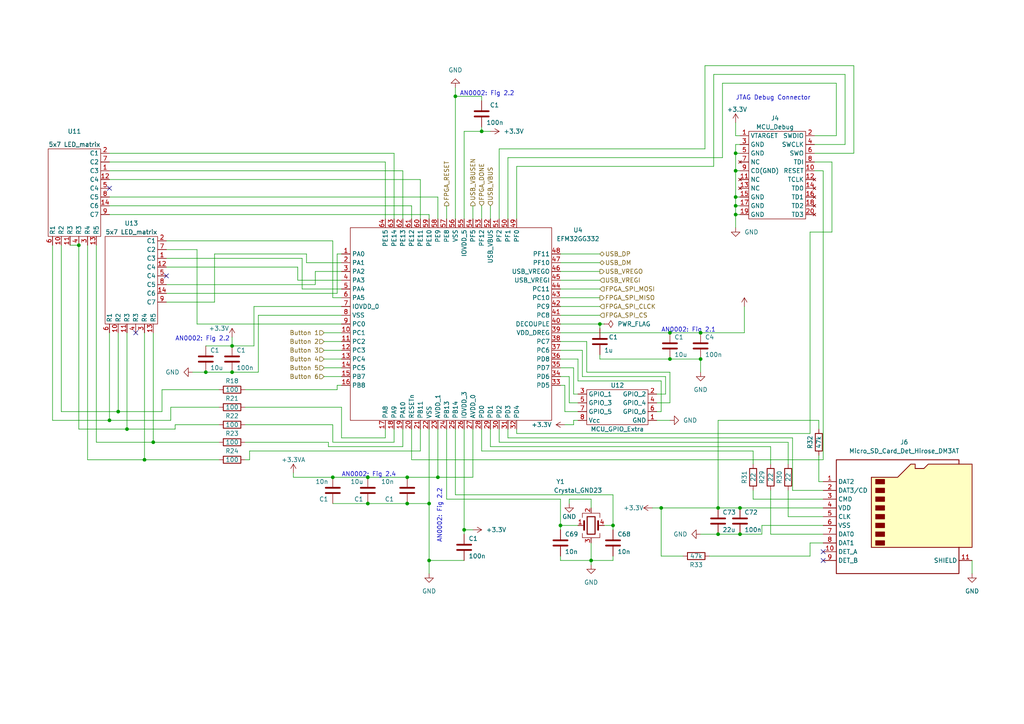
<source format=kicad_sch>
(kicad_sch (version 20230121) (generator eeschema)
  (paper "A4")
  (lib_symbols
    (symbol "Connector:Micro_SD_Card_Det_Hirose_DM3AT"
      (property "Reference" "J" (at -16.51 17.78 0))
      (property "Value" "Micro_SD_Card_Det_Hirose_DM3AT" (at 16.51 17.78 0))
      (symbol "Micro_SD_Card_Det_Hirose_DM3AT_0_1"
        (rectangle (start -7.62 -6.985) (end -5.08 -8.255) (stroke (width 0.254)) (fill (type outline)))
        (rectangle (start -7.62 -4.445) (end -5.08 -5.715) (stroke (width 0.254)) (fill (type outline)))
        (rectangle (start -7.62 -1.905) (end -5.08 -3.175) (stroke (width 0.254)) (fill (type outline)))
        (rectangle (start -7.62 0.635) (end -5.08 -0.635) (stroke (width 0.254)) (fill (type outline)))
        (rectangle (start -7.62 3.175) (end -5.08 1.905) (stroke (width 0.254)) (fill (type outline)))
        (rectangle (start -7.62 5.715) (end -5.08 4.445) (stroke (width 0.254)) (fill (type outline)))
        (rectangle (start -7.62 8.255) (end -5.08 6.985) (stroke (width 0.254)) (fill (type outline)))
        (rectangle (start -7.62 10.795) (end -5.08 9.525) (stroke (width 0.254)) (fill (type outline)))
        (polyline (pts (xy 16.51 15.24) (xy 16.51 16.51) (xy -19.05 16.51) (xy -19.05 -16.51) (xy 16.51 -16.51) (xy 16.51 -8.89)) (stroke (width 0.254)))
        (polyline (pts (xy -8.89 -8.89) (xy -8.89 11.43) (xy -1.27 11.43) (xy 2.54 15.24) (xy 3.81 15.24) (xy 3.81 13.97) (xy 6.35 13.97) (xy 7.62 15.24) (xy 20.32 15.24) (xy 20.32 -8.89) (xy -8.89 -8.89)) (stroke (width 0.254)) (fill (type background)))
      )
      (symbol "Micro_SD_Card_Det_Hirose_DM3AT_1_1"
        (pin bidirectional line (at -22.86 10.16 0) (length 3.81) (name "DAT2") (number "1"))
        (pin passive line (at -22.86 -10.16 0) (length 3.81) (name "DET_A") (number "10"))
        (pin passive line (at 20.32 -12.7 180) (length 3.81) (name "SHIELD") (number "11"))
        (pin bidirectional line (at -22.86 7.62 0) (length 3.81) (name "DAT3/CD") (number "2"))
        (pin input line (at -22.86 5.08 0) (length 3.81) (name "CMD") (number "3"))
        (pin power_in line (at -22.86 2.54 0) (length 3.81) (name "VDD") (number "4"))
        (pin input line (at -22.86 0 0) (length 3.81) (name "CLK") (number "5"))
        (pin power_in line (at -22.86 -2.54 0) (length 3.81) (name "VSS") (number "6"))
        (pin bidirectional line (at -22.86 -5.08 0) (length 3.81) (name "DAT0") (number "7"))
        (pin bidirectional line (at -22.86 -7.62 0) (length 3.81) (name "DAT1") (number "8"))
        (pin passive line (at -22.86 -12.7 0) (length 3.81) (name "DET_B") (number "9"))
      )
    )
    (symbol "Device:C" (pin_numbers hide) (pin_names (offset 0.254))
      (property "Reference" "C" (at 0.635 2.54 0))
      (property "Value" "C" (at 0.635 -2.54 0))
      (symbol "C_0_1"
        (polyline (pts (xy -2.032 -0.762) (xy 2.032 -0.762)) (stroke (width 0.508)))
        (polyline (pts (xy -2.032 0.762) (xy 2.032 0.762)) (stroke (width 0.508)))
      )
      (symbol "C_1_1"
        (pin passive line (at 0 3.81 270) (length 2.794) (name "~") (number "1"))
        (pin passive line (at 0 -3.81 90) (length 2.794) (name "~") (number "2"))
      )
    )
    (symbol "Device:Crystal_GND23" (pin_names (offset 1.016) hide)
      (property "Reference" "Y" (at 3.175 5.08 0))
      (property "Value" "Crystal_GND23" (at 3.175 3.175 0))
      (symbol "Crystal_GND23_0_1"
        (rectangle (start -1.143 2.54) (end 1.143 -2.54) (stroke (width 0.3048)))
        (polyline (pts (xy -2.54 0) (xy -2.032 0)))
        (polyline (pts (xy -2.032 -1.27) (xy -2.032 1.27)) (stroke (width 0.508)))
        (polyline (pts (xy 0 -3.81) (xy 0 -3.556)))
        (polyline (pts (xy 0 3.556) (xy 0 3.81)))
        (polyline (pts (xy 2.032 -1.27) (xy 2.032 1.27)) (stroke (width 0.508)))
        (polyline (pts (xy 2.032 0) (xy 2.54 0)))
        (polyline (pts (xy -2.54 -2.286) (xy -2.54 -3.556) (xy 2.54 -3.556) (xy 2.54 -2.286)))
        (polyline (pts (xy -2.54 2.286) (xy -2.54 3.556) (xy 2.54 3.556) (xy 2.54 2.286)))
      )
      (symbol "Crystal_GND23_1_1"
        (pin passive line (at -3.81 0 0) (length 1.27) (name "1") (number "1"))
        (pin passive line (at 0 5.08 270) (length 1.27) (name "2") (number "2"))
        (pin passive line (at 0 -5.08 90) (length 1.27) (name "3") (number "3"))
        (pin passive line (at 3.81 0 180) (length 1.27) (name "4") (number "4"))
      )
    )
    (symbol "Device:R" (pin_numbers hide) (pin_names (offset 0))
      (property "Reference" "R" (at 2.032 0 90))
      (property "Value" "R" (at 0 0 90))
      (symbol "R_0_1"
        (rectangle (start -1.016 -2.54) (end 1.016 2.54) (stroke (width 0.254)))
      )
      (symbol "R_1_1"
        (pin passive line (at 0 3.81 270) (length 1.27) (name "~") (number "1"))
        (pin passive line (at 0 -3.81 90) (length 1.27) (name "~") (number "2"))
      )
    )
    (symbol "GuitarZero:EFM32GG332"
      (property "Reference" "U" (at 0 39.37 0))
      (property "Value" "EFM32GG332" (at 0 41.91 0))
      (symbol "EFM32GG332_0_1"
        (rectangle (start -29.21 26.67) (end 29.21 -29.21))
      )
      (symbol "EFM32GG332_1_1"
        (pin bidirectional line (at -31.75 19.05 0) (length 2.54) (name "PA0") (number "1"))
        (pin bidirectional line (at -31.75 -3.81 0) (length 2.54) (name "PC1") (number "10"))
        (pin bidirectional line (at -31.75 -6.35 0) (length 2.54) (name "PC2") (number "11"))
        (pin bidirectional line (at -31.75 -8.89 0) (length 2.54) (name "PC3") (number "12"))
        (pin bidirectional line (at -31.75 -11.43 0) (length 2.54) (name "PC4") (number "13"))
        (pin bidirectional line (at -31.75 -13.97 0) (length 2.54) (name "PC5") (number "14"))
        (pin bidirectional line (at -31.75 -16.51 0) (length 2.54) (name "PB7") (number "15"))
        (pin bidirectional line (at -31.75 -19.05 0) (length 2.54) (name "PB8") (number "16"))
        (pin bidirectional line (at -19.05 -31.75 90) (length 2.54) (name "PA8") (number "17"))
        (pin bidirectional line (at -16.51 -31.75 90) (length 2.54) (name "PA9") (number "18"))
        (pin bidirectional line (at -13.97 -31.75 90) (length 2.54) (name "PA10") (number "19"))
        (pin bidirectional line (at -31.75 16.51 0) (length 2.54) (name "PA1") (number "2"))
        (pin input line (at -11.43 -31.75 90) (length 2.54) (name "RESETn") (number "20"))
        (pin bidirectional line (at -8.89 -31.75 90) (length 2.54) (name "PB11") (number "21"))
        (pin passive line (at -6.35 -31.75 90) (length 2.54) (name "VSS") (number "22"))
        (pin power_in line (at -3.81 -31.75 90) (length 2.54) (name "AVDD_1") (number "23"))
        (pin bidirectional line (at -1.27 -31.75 90) (length 2.54) (name "PB13") (number "24"))
        (pin bidirectional line (at 1.27 -31.75 90) (length 2.54) (name "PB14") (number "25"))
        (pin power_in line (at 3.81 -31.75 90) (length 2.54) (name "IOVDD_3") (number "26"))
        (pin power_in line (at 6.35 -31.75 90) (length 2.54) (name "AVDD_0") (number "27"))
        (pin bidirectional line (at 8.89 -31.75 90) (length 2.54) (name "PD0") (number "28"))
        (pin bidirectional line (at 11.43 -31.75 90) (length 2.54) (name "PD1") (number "29"))
        (pin bidirectional line (at -31.75 13.97 0) (length 2.54) (name "PA2") (number "3"))
        (pin bidirectional line (at 13.97 -31.75 90) (length 2.54) (name "PD2") (number "30"))
        (pin bidirectional line (at 16.51 -31.75 90) (length 2.54) (name "PD3") (number "31"))
        (pin bidirectional line (at 19.05 -31.75 90) (length 2.54) (name "PD4") (number "32"))
        (pin bidirectional line (at 31.75 -19.05 180) (length 2.54) (name "PD5") (number "33"))
        (pin bidirectional line (at 31.75 -16.51 180) (length 2.54) (name "PD6") (number "34"))
        (pin bidirectional line (at 31.75 -13.97 180) (length 2.54) (name "PD7") (number "35"))
        (pin bidirectional line (at 31.75 -11.43 180) (length 2.54) (name "PD8") (number "36"))
        (pin bidirectional line (at 31.75 -8.89 180) (length 2.54) (name "PC6") (number "37"))
        (pin bidirectional line (at 31.75 -6.35 180) (length 2.54) (name "PC7") (number "38"))
        (pin power_in line (at 31.75 -3.81 180) (length 2.54) (name "VDD_DREG") (number "39"))
        (pin bidirectional line (at -31.75 11.43 0) (length 2.54) (name "PA3") (number "4"))
        (pin power_in line (at 31.75 -1.27 180) (length 2.54) (name "DECOUPLE") (number "40"))
        (pin bidirectional line (at 31.75 1.27 180) (length 2.54) (name "PC8") (number "41"))
        (pin bidirectional line (at 31.75 3.81 180) (length 2.54) (name "PC9") (number "42"))
        (pin bidirectional line (at 31.75 6.35 180) (length 2.54) (name "PC10") (number "43"))
        (pin bidirectional line (at 31.75 8.89 180) (length 2.54) (name "PC11") (number "44"))
        (pin input line (at 31.75 11.43 180) (length 2.54) (name "USB_VREGI") (number "45"))
        (pin power_in line (at 31.75 13.97 180) (length 2.54) (name "USB_VREGO") (number "46"))
        (pin bidirectional line (at 31.75 16.51 180) (length 2.54) (name "PF10") (number "47"))
        (pin bidirectional line (at 31.75 19.05 180) (length 2.54) (name "PF11") (number "48"))
        (pin bidirectional line (at 19.05 29.21 270) (length 2.54) (name "PF0") (number "49"))
        (pin bidirectional line (at -31.75 8.89 0) (length 2.54) (name "PA4") (number "5"))
        (pin bidirectional line (at 16.51 29.21 270) (length 2.54) (name "PF1") (number "50"))
        (pin bidirectional line (at 13.97 29.21 270) (length 2.54) (name "PF2") (number "51"))
        (pin input line (at 11.43 29.21 270) (length 2.54) (name "USB_VBUS") (number "52"))
        (pin bidirectional line (at 8.89 29.21 270) (length 2.54) (name "PF12") (number "53"))
        (pin bidirectional line (at 6.35 29.21 270) (length 2.54) (name "PF5") (number "54"))
        (pin power_in line (at 3.81 29.21 270) (length 2.54) (name "IOVDD_5") (number "55"))
        (pin passive line (at 1.27 29.21 270) (length 2.54) (name "VSS") (number "56"))
        (pin bidirectional line (at -1.27 29.21 270) (length 2.54) (name "PE8") (number "57"))
        (pin bidirectional line (at -3.81 29.21 270) (length 2.54) (name "PE9") (number "58"))
        (pin bidirectional line (at -6.35 29.21 270) (length 2.54) (name "PE10") (number "59"))
        (pin bidirectional line (at -31.75 6.35 0) (length 2.54) (name "PA5") (number "6"))
        (pin bidirectional line (at -8.89 29.21 270) (length 2.54) (name "PE11") (number "60"))
        (pin bidirectional line (at -11.43 29.21 270) (length 2.54) (name "PE12") (number "61"))
        (pin bidirectional line (at -13.97 29.21 270) (length 2.54) (name "PE13") (number "62"))
        (pin bidirectional line (at -16.51 29.21 270) (length 2.54) (name "PE14") (number "63"))
        (pin bidirectional line (at -19.05 29.21 270) (length 2.54) (name "PE15") (number "64"))
        (pin power_in line (at -31.75 3.81 0) (length 2.54) (name "IOVDD_0") (number "7"))
        (pin passive line (at -31.75 1.27 0) (length 2.54) (name "VSS") (number "8"))
        (pin bidirectional line (at -31.75 -1.27 0) (length 2.54) (name "PC0") (number "9"))
      )
    )
    (symbol "GuitarZero:LED_matrix"
      (property "Reference" "U" (at 0 12.7 0))
      (symbol "LED_matrix_0_1"
        (rectangle (start -5.08 2.54) (end 10.16 -22.86))
      )
      (symbol "LED_matrix_1_1"
        (text "5x7 LED_matrix" (at 2.54 -24.13 0) (effects (font (size 1.27 1.27))))
        (pin input line (at -7.62 -16.51 0) (length 2.54) (name "C3") (number "1"))
        (pin input line (at 6.35 5.08 270) (length 2.54) (name "R2") (number "10"))
        (pin input line (at 3.81 5.08 270) (length 2.54) (name "R3") (number "11"))
        (pin input line (at -7.62 -13.97 0) (length 2.54) (name "C4") (number "12"))
        (pin input line (at -3.81 5.08 270) (length 2.54) (name "R5") (number "13"))
        (pin input line (at -7.62 -6.35 0) (length 2.54) (name "C6") (number "14"))
        (pin input line (at -7.62 -21.59 0) (length 2.54) (name "C1") (number "2"))
        (pin input line (at -1.27 5.08 270) (length 2.54) (name "R4") (number "3"))
        (pin input line (at 1.27 5.08 270) (length 2.54) (name "R3") (number "4"))
        (pin input line (at -7.62 -11.43 0) (length 2.54) (name "C4") (number "5"))
        (pin input line (at 8.89 5.08 270) (length 2.54) (name "R1") (number "6"))
        (pin input line (at -7.62 -19.05 0) (length 2.54) (name "C2") (number "7"))
        (pin input line (at -7.62 -8.89 0) (length 2.54) (name "C5") (number "8"))
        (pin input line (at -7.62 -3.81 0) (length 2.54) (name "C7") (number "9"))
      )
    )
    (symbol "GuitarZero:MCU_GPIO_Pins"
      (property "Reference" "U" (at 0 6.35 0))
      (symbol "MCU_GPIO_Pins_0_1"
        (rectangle (start -8.89 5.08) (end 8.89 -5.08))
      )
      (symbol "MCU_GPIO_Pins_1_1"
        (pin power_in line (at 11.43 -3.81 180) (length 2.54) (name "GND") (number "1"))
        (pin input line (at 11.43 3.81 180) (length 2.54) (name "GPIO_2") (number "2"))
        (pin input line (at -11.43 3.81 0) (length 2.54) (name "GPIO_1") (number "3"))
        (pin input line (at 11.43 1.27 180) (length 2.54) (name "GPIO_4") (number "4"))
        (pin input line (at -11.43 1.27 0) (length 2.54) (name "GPIO_3") (number "5"))
        (pin input line (at 11.43 -1.27 180) (length 2.54) (name "GPIO_6") (number "6"))
        (pin input line (at -11.43 -1.27 0) (length 2.54) (name "GPIO_5") (number "7"))
        (pin power_in line (at -11.43 -3.81 0) (length 2.54) (name "Vcc") (number "8"))
      )
    )
    (symbol "GuitarZero:MCU_JTAG_Connector"
      (property "Reference" "J1" (at 1.27 12.7 0))
      (symbol "MCU_JTAG_Connector_0_1"
        (rectangle (start -5.08 10.16) (end 11.43 -15.24))
      )
      (symbol "MCU_JTAG_Connector_1_1"
        (pin power_in line (at -7.62 8.89 0) (length 2.54) (name "VTARGET") (number "1"))
        (pin output line (at 13.97 -1.27 180) (length 2.54) (name "RESET") (number "10"))
        (pin no_connect line (at -7.62 -3.81 0) (length 2.54) (name "NC") (number "11"))
        (pin no_connect line (at 13.97 -3.81 180) (length 2.54) (name "TCLK") (number "12"))
        (pin no_connect line (at -7.62 -6.35 0) (length 2.54) (name "NC") (number "13"))
        (pin no_connect line (at 13.97 -6.35 180) (length 2.54) (name "TD0") (number "14"))
        (pin power_in line (at -7.62 -8.89 0) (length 2.54) (name "GND") (number "15"))
        (pin no_connect line (at 13.97 -8.89 180) (length 2.54) (name "TD1") (number "16"))
        (pin power_in line (at -7.62 -11.43 0) (length 2.54) (name "GND") (number "17"))
        (pin no_connect line (at 13.97 -11.43 180) (length 2.54) (name "TD2") (number "18"))
        (pin power_in line (at -7.62 -13.97 0) (length 2.54) (name "GND") (number "19"))
        (pin bidirectional line (at 13.97 8.89 180) (length 2.54) (name "SWDIO") (number "2"))
        (pin no_connect line (at 13.97 -13.97 180) (length 2.54) (name "TD3") (number "20"))
        (pin power_in line (at -7.62 6.35 0) (length 2.54) (name "GND") (number "3"))
        (pin output line (at 13.97 6.35 180) (length 2.54) (name "SWCLK") (number "4"))
        (pin power_in line (at -7.62 3.81 0) (length 2.54) (name "GND") (number "5"))
        (pin input line (at 13.97 3.81 180) (length 2.54) (name "SWO") (number "6"))
        (pin no_connect line (at -7.62 1.27 0) (length 2.54) (name "NC") (number "7"))
        (pin bidirectional line (at 13.97 1.27 180) (length 2.54) (name "TDI") (number "8"))
        (pin power_in line (at -7.62 -1.27 0) (length 2.54) (name "CD(GND)") (number "9"))
      )
    )
    (symbol "power:+3.3V" (power) (pin_names (offset 0))
      (property "Value" "+3.3V" (at 0 3.556 0))
      (symbol "+3.3V_0_1"
        (polyline (pts (xy -0.762 1.27) (xy 0 2.54)))
        (polyline (pts (xy 0 0) (xy 0 2.54)))
        (polyline (pts (xy 0 2.54) (xy 0.762 1.27)))
      )
      (symbol "+3.3V_1_1"
        (pin power_in line (at 0 0 90) (length 0) hide (name "+3.3V") (number "1"))
      )
    )
    (symbol "power:+3.3VA" (power) (pin_names (offset 0))
      (property "Value" "+3.3VA" (at 0 3.556 0))
      (symbol "+3.3VA_0_1"
        (polyline (pts (xy -0.762 1.27) (xy 0 2.54)))
        (polyline (pts (xy 0 0) (xy 0 2.54)))
        (polyline (pts (xy 0 2.54) (xy 0.762 1.27)))
      )
      (symbol "+3.3VA_1_1"
        (pin power_in line (at 0 0 90) (length 0) hide (name "+3.3VA") (number "1"))
      )
    )
    (symbol "power:GND" (power) (pin_names (offset 0))
      (property "Value" "GND" (at 0 -3.81 0))
      (symbol "GND_0_1"
        (polyline (pts (xy 0 0) (xy 0 -1.27) (xy 1.27 -1.27) (xy 0 -2.54) (xy -1.27 -1.27) (xy 0 -1.27)))
      )
      (symbol "GND_1_1"
        (pin power_in line (at 0 0 270) (length 0) hide (name "GND") (number "1"))
      )
    )
    (symbol "power:PWR_FLAG" (power) (pin_numbers hide) (pin_names (offset 0) hide)
      (property "Value" "PWR_FLAG" (at 0 3.81 0))
      (symbol "PWR_FLAG_0_0"
        (pin power_out line (at 0 0 90) (length 0) (name "pwr") (number "1"))
      )
      (symbol "PWR_FLAG_0_1"
        (polyline (pts (xy 0 0) (xy 0 1.27) (xy -1.016 1.905) (xy 0 2.54) (xy 1.016 1.905) (xy 0 1.27)))
      )
    )
  )
  (junction (at 59.69 107.95))
  (junction (at 36.83 124.46))
  (junction (at 213.36 49.53))
  (junction (at 194.31 96.52))
  (junction (at 67.31 100.33))
  (junction (at 173.99 93.98))
  (junction (at 214.63 154.94))
  (junction (at 213.36 59.69))
  (junction (at 213.36 62.23))
  (junction (at 203.2 104.14))
  (junction (at 194.31 104.14))
  (junction (at 124.46 162.56))
  (junction (at 44.45 128.27))
  (junction (at 191.77 147.32))
  (junction (at 118.11 138.43))
  (junction (at 134.62 153.67))
  (junction (at 41.91 133.35))
  (junction (at 208.28 147.32))
  (junction (at 31.75 121.92))
  (junction (at 177.8 152.4))
  (junction (at 124.46 146.05))
  (junction (at 213.36 44.45))
  (junction (at 132.08 27.94))
  (junction (at 118.11 146.05))
  (junction (at 34.29 119.38))
  (junction (at 106.68 138.43))
  (junction (at 162.56 152.4))
  (junction (at 67.31 107.95))
  (junction (at 214.63 147.32))
  (junction (at 139.7 38.1))
  (junction (at 208.28 154.94))
  (junction (at 213.36 57.15))
  (junction (at 127 138.43))
  (junction (at 22.86 71.12))
  (junction (at 203.2 96.52))
  (junction (at 106.68 146.05))
  (junction (at 96.52 138.43))
  (junction (at 171.45 162.56))
  (no_connect (at 31.75 54.61))
  (no_connect (at 238.76 160.02))
  (no_connect (at 238.76 162.56))
  (no_connect (at 39.37 96.52))
  (no_connect (at 48.26 80.01))
  (wire (pts (xy 46.99 113.03) (xy 63.5 113.03)))
  (wire (pts (xy 177.8 152.4) (xy 175.26 152.4)))
  (wire (pts (xy 213.36 57.15) (xy 214.63 57.15)))
  (wire (pts (xy 67.31 97.79) (xy 67.31 100.33)))
  (wire (pts (xy 238.76 144.78) (xy 218.44 144.78)))
  (wire (pts (xy 234.95 67.31) (xy 241.3 67.31)))
  (wire (pts (xy 93.98 99.06) (xy 99.06 99.06)))
  (wire (pts (xy 144.78 43.18) (xy 204.47 43.18)))
  (wire (pts (xy 85.09 138.43) (xy 96.52 138.43)))
  (wire (pts (xy 165.1 116.84) (xy 167.64 116.84)))
  (wire (pts (xy 87.63 74.93) (xy 87.63 83.82)))
  (wire (pts (xy 167.64 152.4) (xy 162.56 152.4)))
  (wire (pts (xy 191.77 161.29) (xy 191.77 147.32)))
  (wire (pts (xy 132.08 143.51) (xy 132.08 124.46)))
  (wire (pts (xy 48.26 72.39) (xy 57.15 72.39)))
  (wire (pts (xy 111.76 46.99) (xy 111.76 63.5)))
  (wire (pts (xy 149.86 125.73) (xy 234.95 125.73)))
  (wire (pts (xy 209.55 45.72) (xy 209.55 24.13)))
  (wire (pts (xy 228.6 128.27) (xy 228.6 134.62)))
  (wire (pts (xy 166.37 106.68) (xy 166.37 114.3)))
  (wire (pts (xy 15.24 121.92) (xy 31.75 121.92)))
  (wire (pts (xy 27.94 71.12) (xy 27.94 128.27)))
  (wire (pts (xy 31.75 121.92) (xy 49.53 121.92)))
  (wire (pts (xy 214.63 147.32) (xy 238.76 147.32)))
  (wire (pts (xy 15.24 71.12) (xy 15.24 121.92)))
  (wire (pts (xy 171.45 157.48) (xy 171.45 162.56)))
  (wire (pts (xy 238.76 49.53) (xy 238.76 133.35)))
  (wire (pts (xy 170.18 99.06) (xy 170.18 107.95)))
  (wire (pts (xy 191.77 119.38) (xy 190.5 119.38)))
  (wire (pts (xy 119.38 133.35) (xy 238.76 133.35)))
  (wire (pts (xy 93.98 104.14) (xy 99.06 104.14)))
  (wire (pts (xy 177.8 162.56) (xy 177.8 161.29)))
  (wire (pts (xy 191.77 110.49) (xy 191.77 119.38)))
  (wire (pts (xy 203.2 104.14) (xy 203.2 107.95)))
  (wire (pts (xy 194.31 107.95) (xy 194.31 116.84)))
  (wire (pts (xy 213.36 49.53) (xy 214.63 49.53)))
  (wire (pts (xy 50.8 123.19) (xy 50.8 124.46)))
  (wire (pts (xy 194.31 104.14) (xy 203.2 104.14)))
  (wire (pts (xy 223.52 142.24) (xy 223.52 154.94)))
  (wire (pts (xy 144.78 43.18) (xy 144.78 63.5)))
  (wire (pts (xy 34.29 119.38) (xy 46.99 119.38)))
  (wire (pts (xy 17.78 71.12) (xy 17.78 119.38)))
  (wire (pts (xy 124.46 124.46) (xy 124.46 146.05)))
  (wire (pts (xy 111.76 127) (xy 99.06 127)))
  (wire (pts (xy 162.56 91.44) (xy 173.99 91.44)))
  (wire (pts (xy 124.46 162.56) (xy 124.46 166.37)))
  (wire (pts (xy 218.44 142.24) (xy 218.44 144.78)))
  (wire (pts (xy 223.52 129.54) (xy 223.52 134.62)))
  (wire (pts (xy 93.98 101.6) (xy 99.06 101.6)))
  (wire (pts (xy 48.26 85.09) (xy 97.79 85.09)))
  (wire (pts (xy 99.06 127) (xy 99.06 118.11)))
  (wire (pts (xy 163.83 111.76) (xy 163.83 119.38)))
  (wire (pts (xy 63.5 118.11) (xy 49.53 118.11)))
  (wire (pts (xy 213.36 41.91) (xy 214.63 41.91)))
  (wire (pts (xy 22.86 124.46) (xy 36.83 124.46)))
  (wire (pts (xy 203.2 154.94) (xy 208.28 154.94)))
  (wire (pts (xy 238.76 139.7) (xy 237.49 139.7)))
  (wire (pts (xy 241.3 46.99) (xy 236.22 46.99)))
  (wire (pts (xy 177.8 152.4) (xy 177.8 153.67)))
  (wire (pts (xy 86.36 81.28) (xy 86.36 77.47)))
  (wire (pts (xy 162.56 76.2) (xy 173.99 76.2)))
  (wire (pts (xy 106.68 138.43) (xy 118.11 138.43)))
  (wire (pts (xy 71.12 113.03) (xy 97.79 113.03)))
  (wire (pts (xy 171.45 144.78) (xy 165.1 144.78)))
  (wire (pts (xy 97.79 111.76) (xy 99.06 111.76)))
  (wire (pts (xy 162.56 96.52) (xy 194.31 96.52)))
  (wire (pts (xy 213.36 49.53) (xy 213.36 57.15)))
  (wire (pts (xy 93.98 106.68) (xy 99.06 106.68)))
  (wire (pts (xy 245.11 21.59) (xy 245.11 41.91)))
  (wire (pts (xy 234.95 157.48) (xy 238.76 157.48)))
  (wire (pts (xy 162.56 73.66) (xy 173.99 73.66)))
  (wire (pts (xy 118.11 146.05) (xy 124.46 146.05)))
  (wire (pts (xy 208.28 121.92) (xy 208.28 147.32)))
  (wire (pts (xy 242.57 39.37) (xy 236.22 39.37)))
  (wire (pts (xy 205.74 161.29) (xy 234.95 161.29)))
  (wire (pts (xy 163.83 119.38) (xy 167.64 119.38)))
  (wire (pts (xy 31.75 62.23) (xy 124.46 62.23)))
  (wire (pts (xy 207.01 21.59) (xy 245.11 21.59)))
  (wire (pts (xy 63.5 123.19) (xy 50.8 123.19)))
  (wire (pts (xy 41.91 96.52) (xy 41.91 133.35)))
  (wire (pts (xy 124.46 146.05) (xy 124.46 162.56)))
  (wire (pts (xy 67.31 100.33) (xy 73.66 100.33)))
  (wire (pts (xy 137.16 124.46) (xy 137.16 138.43)))
  (wire (pts (xy 213.36 59.69) (xy 213.36 62.23)))
  (wire (pts (xy 124.46 162.56) (xy 134.62 162.56)))
  (wire (pts (xy 191.77 147.32) (xy 208.28 147.32)))
  (wire (pts (xy 281.94 166.37) (xy 281.94 162.56)))
  (wire (pts (xy 163.83 123.19) (xy 166.37 123.19)))
  (wire (pts (xy 95.25 128.27) (xy 95.25 129.54)))
  (wire (pts (xy 36.83 124.46) (xy 50.8 124.46)))
  (wire (pts (xy 170.18 107.95) (xy 194.31 107.95)))
  (wire (pts (xy 48.26 87.63) (xy 62.23 87.63)))
  (wire (pts (xy 193.04 109.22) (xy 193.04 114.3)))
  (wire (pts (xy 162.56 161.29) (xy 162.56 162.56)))
  (wire (pts (xy 59.69 107.95) (xy 67.31 107.95)))
  (wire (pts (xy 73.66 88.9) (xy 99.06 88.9)))
  (wire (pts (xy 171.45 162.56) (xy 177.8 162.56)))
  (wire (pts (xy 223.52 154.94) (xy 238.76 154.94)))
  (wire (pts (xy 247.65 44.45) (xy 236.22 44.45)))
  (wire (pts (xy 97.79 113.03) (xy 97.79 111.76)))
  (wire (pts (xy 229.87 127) (xy 147.32 127)))
  (wire (pts (xy 171.45 144.78) (xy 171.45 147.32)))
  (wire (pts (xy 229.87 142.24) (xy 229.87 127)))
  (wire (pts (xy 96.52 123.19) (xy 71.12 123.19)))
  (wire (pts (xy 208.28 154.94) (xy 214.63 154.94)))
  (wire (pts (xy 234.95 157.48) (xy 234.95 161.29)))
  (wire (pts (xy 215.9 88.9) (xy 215.9 96.52)))
  (wire (pts (xy 237.49 121.92) (xy 208.28 121.92)))
  (wire (pts (xy 88.9 76.2) (xy 88.9 73.66)))
  (wire (pts (xy 177.8 143.51) (xy 177.8 152.4)))
  (wire (pts (xy 139.7 27.94) (xy 132.08 27.94)))
  (wire (pts (xy 34.29 96.52) (xy 34.29 119.38)))
  (wire (pts (xy 48.26 69.85) (xy 96.52 69.85)))
  (wire (pts (xy 132.08 27.94) (xy 132.08 63.5)))
  (wire (pts (xy 91.44 78.74) (xy 91.44 82.55)))
  (wire (pts (xy 237.49 124.46) (xy 237.49 121.92)))
  (wire (pts (xy 31.75 46.99) (xy 111.76 46.99)))
  (wire (pts (xy 36.83 96.52) (xy 36.83 124.46)))
  (wire (pts (xy 213.36 62.23) (xy 214.63 62.23)))
  (wire (pts (xy 99.06 78.74) (xy 91.44 78.74)))
  (wire (pts (xy 25.4 71.12) (xy 25.4 133.35)))
  (wire (pts (xy 147.32 127) (xy 147.32 124.46)))
  (wire (pts (xy 129.54 59.69) (xy 129.54 63.5)))
  (wire (pts (xy 245.11 41.91) (xy 236.22 41.91)))
  (wire (pts (xy 149.86 48.26) (xy 149.86 63.5)))
  (wire (pts (xy 190.5 121.92) (xy 194.31 121.92)))
  (wire (pts (xy 162.56 162.56) (xy 171.45 162.56)))
  (wire (pts (xy 55.88 107.95) (xy 59.69 107.95)))
  (wire (pts (xy 162.56 86.36) (xy 173.99 86.36)))
  (wire (pts (xy 139.7 38.1) (xy 139.7 36.83)))
  (wire (pts (xy 208.28 147.32) (xy 214.63 147.32)))
  (wire (pts (xy 162.56 81.28) (xy 173.99 81.28)))
  (wire (pts (xy 162.56 111.76) (xy 163.83 111.76)))
  (wire (pts (xy 214.63 154.94) (xy 220.98 154.94)))
  (wire (pts (xy 173.99 102.87) (xy 173.99 104.14)))
  (wire (pts (xy 149.86 48.26) (xy 207.01 48.26)))
  (wire (pts (xy 62.23 87.63) (xy 62.23 73.66)))
  (wire (pts (xy 213.36 62.23) (xy 213.36 66.04)))
  (wire (pts (xy 31.75 59.69) (xy 119.38 59.69)))
  (wire (pts (xy 48.26 82.55) (xy 91.44 82.55)))
  (wire (pts (xy 147.32 45.72) (xy 147.32 63.5)))
  (wire (pts (xy 238.76 149.86) (xy 228.6 149.86)))
  (wire (pts (xy 167.64 104.14) (xy 167.64 110.49)))
  (wire (pts (xy 62.23 73.66) (xy 88.9 73.66)))
  (wire (pts (xy 99.06 81.28) (xy 86.36 81.28)))
  (wire (pts (xy 134.62 38.1) (xy 134.62 63.5)))
  (wire (pts (xy 166.37 121.92) (xy 167.64 121.92)))
  (wire (pts (xy 31.75 49.53) (xy 116.84 49.53)))
  (wire (pts (xy 31.75 57.15) (xy 127 57.15)))
  (wire (pts (xy 48.26 77.47) (xy 86.36 77.47)))
  (wire (pts (xy 97.79 73.66) (xy 99.06 73.66)))
  (wire (pts (xy 162.56 144.78) (xy 129.54 144.78)))
  (wire (pts (xy 139.7 38.1) (xy 142.24 38.1)))
  (wire (pts (xy 198.12 161.29) (xy 191.77 161.29)))
  (wire (pts (xy 213.36 41.91) (xy 213.36 44.45)))
  (wire (pts (xy 165.1 144.78) (xy 165.1 146.05)))
  (wire (pts (xy 25.4 133.35) (xy 41.91 133.35)))
  (wire (pts (xy 165.1 109.22) (xy 165.1 116.84)))
  (wire (pts (xy 147.32 45.72) (xy 209.55 45.72)))
  (wire (pts (xy 114.3 44.45) (xy 114.3 63.5)))
  (wire (pts (xy 116.84 49.53) (xy 116.84 63.5)))
  (wire (pts (xy 162.56 152.4) (xy 162.56 153.67)))
  (wire (pts (xy 96.52 86.36) (xy 99.06 86.36)))
  (wire (pts (xy 132.08 143.51) (xy 177.8 143.51)))
  (wire (pts (xy 74.93 107.95) (xy 67.31 107.95)))
  (wire (pts (xy 72.39 133.35) (xy 71.12 133.35)))
  (wire (pts (xy 49.53 118.11) (xy 49.53 121.92)))
  (wire (pts (xy 142.24 129.54) (xy 142.24 124.46)))
  (wire (pts (xy 193.04 114.3) (xy 190.5 114.3)))
  (wire (pts (xy 116.84 129.54) (xy 95.25 129.54)))
  (wire (pts (xy 114.3 124.46) (xy 114.3 128.27)))
  (wire (pts (xy 95.25 128.27) (xy 71.12 128.27)))
  (wire (pts (xy 175.26 93.98) (xy 173.99 93.98)))
  (wire (pts (xy 162.56 83.82) (xy 173.99 83.82)))
  (wire (pts (xy 31.75 96.52) (xy 31.75 121.92)))
  (wire (pts (xy 228.6 128.27) (xy 144.78 128.27)))
  (wire (pts (xy 27.94 128.27) (xy 44.45 128.27)))
  (wire (pts (xy 99.06 76.2) (xy 88.9 76.2)))
  (wire (pts (xy 99.06 118.11) (xy 71.12 118.11)))
  (wire (pts (xy 213.36 35.56) (xy 213.36 39.37)))
  (wire (pts (xy 166.37 123.19) (xy 166.37 121.92)))
  (wire (pts (xy 213.36 44.45) (xy 213.36 49.53)))
  (wire (pts (xy 121.92 52.07) (xy 121.92 63.5)))
  (wire (pts (xy 142.24 59.69) (xy 142.24 63.5)))
  (wire (pts (xy 96.52 69.85) (xy 96.52 86.36)))
  (wire (pts (xy 31.75 44.45) (xy 114.3 44.45)))
  (wire (pts (xy 57.15 93.98) (xy 99.06 93.98)))
  (wire (pts (xy 111.76 124.46) (xy 111.76 127)))
  (wire (pts (xy 166.37 114.3) (xy 167.64 114.3)))
  (wire (pts (xy 97.79 85.09) (xy 97.79 73.66)))
  (wire (pts (xy 173.99 95.25) (xy 173.99 93.98)))
  (wire (pts (xy 72.39 130.81) (xy 72.39 133.35)))
  (wire (pts (xy 139.7 130.81) (xy 139.7 124.46)))
  (wire (pts (xy 173.99 104.14) (xy 194.31 104.14)))
  (wire (pts (xy 228.6 142.24) (xy 228.6 149.86)))
  (wire (pts (xy 162.56 104.14) (xy 167.64 104.14)))
  (wire (pts (xy 129.54 144.78) (xy 129.54 124.46)))
  (wire (pts (xy 46.99 113.03) (xy 46.99 119.38)))
  (wire (pts (xy 96.52 146.05) (xy 106.68 146.05)))
  (wire (pts (xy 96.52 138.43) (xy 106.68 138.43)))
  (wire (pts (xy 99.06 91.44) (xy 74.93 91.44)))
  (wire (pts (xy 237.49 132.08) (xy 237.49 139.7)))
  (wire (pts (xy 220.98 152.4) (xy 220.98 154.94)))
  (wire (pts (xy 173.99 93.98) (xy 162.56 93.98)))
  (wire (pts (xy 96.52 128.27) (xy 96.52 123.19)))
  (wire (pts (xy 203.2 96.52) (xy 215.9 96.52)))
  (wire (pts (xy 93.98 96.52) (xy 99.06 96.52)))
  (wire (pts (xy 190.5 116.84) (xy 194.31 116.84)))
  (wire (pts (xy 132.08 25.4) (xy 132.08 27.94)))
  (wire (pts (xy 44.45 96.52) (xy 44.45 128.27)))
  (wire (pts (xy 134.62 153.67) (xy 137.16 153.67)))
  (wire (pts (xy 247.65 19.05) (xy 247.65 44.45)))
  (wire (pts (xy 118.11 138.43) (xy 127 138.43)))
  (wire (pts (xy 218.44 130.81) (xy 139.7 130.81)))
  (wire (pts (xy 207.01 48.26) (xy 207.01 21.59)))
  (wire (pts (xy 121.92 130.81) (xy 72.39 130.81)))
  (wire (pts (xy 22.86 71.12) (xy 22.86 124.46)))
  (wire (pts (xy 87.63 83.82) (xy 99.06 83.82)))
  (wire (pts (xy 168.91 101.6) (xy 168.91 109.22)))
  (wire (pts (xy 116.84 124.46) (xy 116.84 129.54)))
  (wire (pts (xy 134.62 153.67) (xy 134.62 154.94)))
  (wire (pts (xy 162.56 78.74) (xy 173.99 78.74)))
  (wire (pts (xy 213.36 57.15) (xy 213.36 59.69)))
  (wire (pts (xy 209.55 24.13) (xy 242.57 24.13)))
  (wire (pts (xy 236.22 49.53) (xy 238.76 49.53)))
  (wire (pts (xy 139.7 59.69) (xy 139.7 63.5)))
  (wire (pts (xy 171.45 162.56) (xy 171.45 163.83)))
  (wire (pts (xy 74.93 91.44) (xy 74.93 107.95)))
  (wire (pts (xy 142.24 129.54) (xy 223.52 129.54)))
  (wire (pts (xy 57.15 72.39) (xy 57.15 93.98)))
  (wire (pts (xy 168.91 109.22) (xy 193.04 109.22)))
  (wire (pts (xy 214.63 39.37) (xy 213.36 39.37)))
  (wire (pts (xy 119.38 59.69) (xy 119.38 63.5)))
  (wire (pts (xy 85.09 137.16) (xy 85.09 138.43)))
  (wire (pts (xy 241.3 67.31) (xy 241.3 46.99)))
  (wire (pts (xy 114.3 128.27) (xy 96.52 128.27)))
  (wire (pts (xy 162.56 101.6) (xy 168.91 101.6)))
  (wire (pts (xy 119.38 133.35) (xy 119.38 124.46)))
  (wire (pts (xy 44.45 128.27) (xy 63.5 128.27)))
  (wire (pts (xy 134.62 124.46) (xy 134.62 153.67)))
  (wire (pts (xy 17.78 119.38) (xy 34.29 119.38)))
  (wire (pts (xy 218.44 130.81) (xy 218.44 134.62)))
  (wire (pts (xy 127 138.43) (xy 137.16 138.43)))
  (wire (pts (xy 204.47 43.18) (xy 204.47 19.05)))
  (wire (pts (xy 234.95 125.73) (xy 234.95 67.31)))
  (wire (pts (xy 162.56 88.9) (xy 173.99 88.9)))
  (wire (pts (xy 162.56 109.22) (xy 165.1 109.22)))
  (wire (pts (xy 48.26 74.93) (xy 87.63 74.93)))
  (wire (pts (xy 124.46 62.23) (xy 124.46 63.5)))
  (wire (pts (xy 93.98 109.22) (xy 99.06 109.22)))
  (wire (pts (xy 162.56 99.06) (xy 170.18 99.06)))
  (wire (pts (xy 59.69 100.33) (xy 67.31 100.33)))
  (wire (pts (xy 20.32 71.12) (xy 22.86 71.12)))
  (wire (pts (xy 189.23 147.32) (xy 191.77 147.32)))
  (wire (pts (xy 213.36 59.69) (xy 214.63 59.69)))
  (wire (pts (xy 73.66 100.33) (xy 73.66 88.9)))
  (wire (pts (xy 127 57.15) (xy 127 63.5)))
  (wire (pts (xy 204.47 19.05) (xy 247.65 19.05)))
  (wire (pts (xy 106.68 146.05) (xy 118.11 146.05)))
  (wire (pts (xy 31.75 52.07) (xy 121.92 52.07)))
  (wire (pts (xy 127 124.46) (xy 127 138.43)))
  (wire (pts (xy 134.62 38.1) (xy 139.7 38.1)))
  (wire (pts (xy 162.56 106.68) (xy 166.37 106.68)))
  (wire (pts (xy 162.56 152.4) (xy 162.56 144.78)))
  (wire (pts (xy 139.7 27.94) (xy 139.7 29.21)))
  (wire (pts (xy 149.86 124.46) (xy 149.86 125.73)))
  (wire (pts (xy 63.5 133.35) (xy 41.91 133.35)))
  (wire (pts (xy 238.76 142.24) (xy 229.87 142.24)))
  (wire (pts (xy 213.36 44.45) (xy 214.63 44.45)))
  (wire (pts (xy 167.64 110.49) (xy 191.77 110.49)))
  (wire (pts (xy 137.16 59.69) (xy 137.16 63.5)))
  (wire (pts (xy 220.98 152.4) (xy 238.76 152.4)))
  (wire (pts (xy 194.31 96.52) (xy 203.2 96.52)))
  (wire (pts (xy 121.92 124.46) (xy 121.92 130.81)))
  (wire (pts (xy 144.78 128.27) (xy 144.78 124.46)))
  (wire (pts (xy 242.57 24.13) (xy 242.57 39.37)))
  (text "AN0002: Fig 2.2" (at 128.27 157.48 90) (effects (font (size 1.27 1.27)) (justify left bottom)))
  (text "AN0002: Fig 2.1" (at 191.77 96.52 0) (effects (font (size 1.27 1.27)) (justify left bottom)))
  (text "AN0002: Fig 2.2" (at 50.8 99.06 0) (effects (font (size 1.27 1.27)) (justify left bottom)))
  (text "AN0002: Fig 2.4" (at 99.06 138.43 0) (effects (font (size 1.27 1.27)) (justify left bottom)))
  (text "AN0002: Fig 2.2" (at 133.35 27.94 0) (effects (font (size 1.27 1.27)) (justify left bottom)))
  (text "JTAG Debug Connector" (at 213.36 29.21 0) (effects (font (size 1.27 1.27)) (justify left bottom)))
  (hierarchical_label "USB_DM" (shape bidirectional) (at 173.99 76.2 0))
  (hierarchical_label "FPGA_SPI_CS" (shape input) (at 173.99 91.44 0))
  (hierarchical_label "USB_VBUSEN" (shape output) (at 137.16 59.69 90))
  (hierarchical_label "FPGA_SPI_CLCK" (shape input) (at 173.99 88.9 0))
  (hierarchical_label "FPGA_DONE" (shape input) (at 139.7 59.69 90))
  (hierarchical_label "Button 5" (shape input) (at 93.98 106.68 180))
  (hierarchical_label "Button 2" (shape input) (at 93.98 99.06 180))
  (hierarchical_label "USB_VBUS" (shape input) (at 142.24 59.69 90))
  (hierarchical_label "USB_VREGI" (shape input) (at 173.99 81.28 0))
  (hierarchical_label "FPGA_RESET" (shape output) (at 129.54 59.69 90))
  (hierarchical_label "Button 3" (shape input) (at 93.98 101.6 180))
  (hierarchical_label "USB_VREGO" (shape output) (at 173.99 78.74 0))
  (hierarchical_label "FPGA_SPI_MOSI" (shape input) (at 173.99 83.82 0))
  (hierarchical_label "Button 1" (shape input) (at 93.98 96.52 180))
  (hierarchical_label "FPGA_SPI_MISO" (shape output) (at 173.99 86.36 0))
  (hierarchical_label "Button 6" (shape input) (at 93.98 109.22 180))
  (hierarchical_label "USB_DP" (shape bidirectional) (at 173.99 73.66 0))
  (hierarchical_label "Button 4" (shape input) (at 93.98 104.14 180))
  (symbol (lib_id "Device:R") (at 67.31 133.35 90) (unit 1)
    (property "Reference" "R24" (at 67.31 130.81 90))
    (property "Value" "100" (at 67.31 133.35 90))
    (property "Footprint" "Resistor_SMD:R_0805_2012Metric" (effects hide))
  )
  (symbol (lib_id "GuitarZero:MCU_GPIO_Pins") (at 179.07 118.11 0) (unit 1)
    (property "Reference" "U12" (at 179.07 111.76 0))
    (property "Value" "MCU_GPIO_Extra" (at 179.07 124.46 0))
    (property "Footprint" "Connector_PinHeader_2.54mm:PinHeader_2x04_P2.54mm_Vertical" (effects hide))
  )
  (symbol (lib_id "Device:C") (at 214.63 151.13 0) (unit 1)
    (property "Reference" "C72" (at 215.9 148.59 0) (effects (justify left)))
    (property "Value" "100n" (at 215.9 153.67 0) (effects (justify left)))
    (property "Footprint" "Capacitor_SMD:C_0805_2012Metric" (effects hide))
  )
  (symbol (lib_id "Device:R") (at 223.52 138.43 180) (unit 1)
    (property "Reference" "R29" (at 220.98 138.43 90))
    (property "Value" "22" (at 223.52 138.43 90))
    (property "Footprint" "Resistor_SMD:R_0805_2012Metric" (effects hide))
  )
  (symbol (lib_id "Device:R") (at 67.31 118.11 90) (unit 1)
    (property "Reference" "R21" (at 67.31 115.57 90))
    (property "Value" "100" (at 67.31 118.11 90))
    (property "Footprint" "Resistor_SMD:R_0805_2012Metric" (effects hide))
  )
  (symbol (lib_id "power:GND") (at 281.94 166.37 0) (unit 1)
    (property "Reference" "#PWR060" (effects hide))
    (property "Value" "GND" (at 281.94 171.45 0))
  )
  (symbol (lib_id "power:+3.3V") (at 213.36 35.56 0) (unit 1)
    (property "Reference" "#PWR052" (effects hide))
    (property "Value" "+3.3V" (at 210.82 31.75 0) (effects (justify left)))
  )
  (symbol (lib_id "Device:C") (at 106.68 142.24 180) (unit 1)
    (property "Reference" "C1" (at 105.41 144.78 0) (effects (justify left)))
    (property "Value" "10u" (at 105.41 139.7 0) (effects (justify left)))
    (property "Footprint" "Capacitor_SMD:C_0805_2012Metric" (effects hide))
    (instances (project "GuitarZero" (path "" (reference "C1") (unit 1)) (path "" (reference "C61") (unit 1))))
  )
  (symbol (lib_id "GuitarZero:EFM32GG332") (at 130.81 92.71 0) (unit 1)
    (property "Reference" "U4" (at 167.64 66.7319 0))
    (property "Value" "EFM32GG332" (at 167.64 69.2719 0))
    (property "Footprint" "Package_QFP:TQFP-64_10x10mm_P0.5mm" (effects hide))
  )
  (symbol (lib_id "Device:C") (at 208.28 151.13 0) (unit 1)
    (property "Reference" "C73" (at 209.55 148.59 0) (effects (justify left)))
    (property "Value" "22u" (at 209.55 153.67 0) (effects (justify left)))
    (property "Footprint" "Capacitor_SMD:C_0805_2012Metric" (effects hide))
  )
  (symbol (lib_id "power:PWR_FLAG") (at 175.26 93.98 270) (unit 1)
    (property "Reference" "#FLG06" (effects hide))
    (property "Value" "PWR_FLAG" (at 179.07 93.98 90) (effects (justify left)))
  )
  (symbol (lib_id "power:GND") (at 55.88 107.95 270) (unit 1)
    (property "Reference" "#PWR036" (effects hide))
    (property "Value" "GND" (at 52.07 107.95 90) (effects (justify right)))
  )
  (symbol (lib_id "Device:R") (at 237.49 128.27 180) (unit 1)
    (property "Reference" "R32" (at 234.95 128.27 90))
    (property "Value" "47k" (at 237.49 128.27 90))
    (property "Footprint" "Resistor_SMD:R_0805_2012Metric" (effects hide))
  )
  (symbol (lib_id "Device:R") (at 67.31 113.03 90) (unit 1)
    (property "Reference" "R18" (at 67.31 110.49 90))
    (property "Value" "100" (at 67.31 113.03 90))
    (property "Footprint" "Resistor_SMD:R_0805_2012Metric" (effects hide))
  )
  (symbol (lib_id "power:GND") (at 124.46 166.37 0) (unit 1)
    (property "Reference" "#PWR01" (effects hide))
    (property "Value" "GND" (at 124.46 171.45 0))
    (instances (project "GuitarZero" (path "" (reference "#PWR01") (unit 1)) (path "" (reference "#PWR0102") (unit 1))))
  )
  (symbol (lib_id "power:+3.3V") (at 215.9 88.9 0) (unit 1)
    (property "Reference" "#PWR0101" (effects hide))
    (property "Value" "+3.3V" (effects hide))
  )
  (symbol (lib_id "Connector:Micro_SD_Card_Det_Hirose_DM3AT") (at 261.62 149.86 0) (unit 1)
    (property "Reference" "J6" (at 262.255 128.27 0))
    (property "Value" "Micro_SD_Card_Det_Hirose_DM3AT" (at 262.255 130.81 0))
    (property "Footprint" "Connector_Card:microSD_HC_Hirose_DM3BT-DSF-PEJS" (effects hide))
    (property "Datasheet" "https://www.hirose.com/product/en/download_file/key_name/DM3/category/Catalog/doc_file_id/49662/?file_category_id=4&item_id=195&is_series=1" (effects hide))
  )
  (symbol (lib_id "power:+3.3V") (at 163.83 123.19 90) (unit 1)
    (property "Reference" "#PWR058" (effects hide))
    (property "Value" "+3.3V" (at 160.02 123.19 90) (effects (justify left)))
  )
  (symbol (lib_id "power:+3.3V") (at 137.16 153.67 270) (unit 1)
    (property "Reference" "#PWR038" (effects hide))
    (property "Value" "+3.3V" (at 140.97 153.67 90) (effects (justify left)))
  )
  (symbol (lib_id "Device:C") (at 59.69 104.14 0) (unit 1)
    (property "Reference" "C1" (at 60.96 101.6 0) (effects (justify left)))
    (property "Value" "10u" (at 60.96 106.68 0) (effects (justify left)))
    (property "Footprint" "Capacitor_SMD:C_0805_2012Metric" (effects hide))
    (instances (project "GuitarZero" (path "" (reference "C1") (unit 1)) (path "" (reference "C58") (unit 1))))
  )
  (symbol (lib_id "Device:C") (at 177.8 157.48 0) (unit 1)
    (property "Reference" "C68" (at 179.07 154.94 0) (effects (justify left)))
    (property "Value" "10n" (at 179.07 160.02 0) (effects (justify left)))
    (property "Footprint" "Capacitor_SMD:C_0805_2012Metric" (effects hide))
  )
  (symbol (lib_id "power:+3.3V") (at 142.24 38.1 270) (unit 1)
    (property "Reference" "#PWR040" (effects hide))
    (property "Value" "+3.3V" (at 146.05 38.1 90) (effects (justify left)))
  )
  (symbol (lib_id "Device:R") (at 201.93 161.29 270) (unit 1)
    (property "Reference" "R33" (at 201.93 163.83 90))
    (property "Value" "47k" (at 201.93 161.29 90))
    (property "Footprint" "Resistor_SMD:R_0805_2012Metric" (effects hide))
  )
  (symbol (lib_id "power:GND") (at 194.31 121.92 90) (unit 1)
    (property "Reference" "#PWR059" (effects hide))
    (property "Value" "GND" (at 198.12 121.92 90) (effects (justify right)))
  )
  (symbol (lib_id "Device:R") (at 218.44 138.43 180) (unit 1)
    (property "Reference" "R31" (at 215.9 138.43 90))
    (property "Value" "22" (at 218.44 138.43 90))
    (property "Footprint" "Resistor_SMD:R_0805_2012Metric" (effects hide))
  )
  (symbol (lib_id "Device:R") (at 67.31 128.27 90) (unit 1)
    (property "Reference" "R23" (at 67.31 125.73 90))
    (property "Value" "100" (at 67.31 128.27 90))
    (property "Footprint" "Resistor_SMD:R_0805_2012Metric" (effects hide))
  )
  (symbol (lib_id "Device:C") (at 67.31 104.14 0) (unit 1)
    (property "Reference" "C1" (at 68.58 101.6 0) (effects (justify left)))
    (property "Value" "100n" (at 68.58 106.68 0) (effects (justify left)))
    (property "Footprint" "Capacitor_SMD:C_0805_2012Metric" (effects hide))
    (instances (project "GuitarZero" (path "" (reference "C1") (unit 1)) (path "" (reference "C57") (unit 1))))
  )
  (symbol (lib_id "Device:R") (at 67.31 123.19 90) (unit 1)
    (property "Reference" "R22" (at 67.31 120.65 90))
    (property "Value" "100" (at 67.31 123.19 90))
    (property "Footprint" "Resistor_SMD:R_0805_2012Metric" (effects hide))
  )
  (symbol (lib_id "power:+3.3V") (at 189.23 147.32 90) (unit 1)
    (property "Reference" "#PWR055" (effects hide))
    (property "Value" "+3.3V" (at 186.69 147.32 90) (effects (justify left)))
  )
  (symbol (lib_id "Device:C") (at 134.62 158.75 0) (unit 1)
    (property "Reference" "C1" (at 135.89 156.21 0) (effects (justify left)))
    (property "Value" "100n" (at 135.89 161.29 0) (effects (justify left)))
    (property "Footprint" "Capacitor_SMD:C_0805_2012Metric" (effects hide))
    (instances (project "GuitarZero" (path "" (reference "C1") (unit 1)) (path "" (reference "C59") (unit 1))))
  )
  (symbol (lib_id "Device:C") (at 139.7 33.02 180) (unit 1)
    (property "Reference" "C1" (at 144.78 30.48 0) (effects (justify left)))
    (property "Value" "100n" (at 146.05 35.56 0) (effects (justify left)))
    (property "Footprint" "Capacitor_SMD:C_0805_2012Metric" (effects hide))
    (instances (project "GuitarZero" (path "" (reference "C1") (unit 1)) (path "" (reference "C60") (unit 1))))
  )
  (symbol (lib_id "Device:C") (at 96.52 142.24 180) (unit 1)
    (property "Reference" "C1" (at 95.25 144.78 0) (effects (justify left)))
    (property "Value" "10n" (at 95.25 139.7 0) (effects (justify left)))
    (property "Footprint" "Capacitor_SMD:C_0805_2012Metric" (effects hide))
    (instances (project "GuitarZero" (path "" (reference "C1") (unit 1)) (path "" (reference "C62") (unit 1))))
  )
  (symbol (lib_id "power:GND") (at 203.2 154.94 270) (unit 1)
    (property "Reference" "#PWR054" (effects hide))
    (property "Value" "GND" (at 199.39 154.94 90) (effects (justify right)))
  )
  (symbol (lib_id "GuitarZero:MCU_JTAG_Connector") (at 222.25 48.26 0) (unit 1)
    (property "Reference" "J4" (at 224.79 34.29 0))
    (property "Value" "MCU_Debug" (at 224.79 36.83 0))
    (property "Footprint" "Connector_PinSocket_1.27mm:PinSocket_2x10_P1.27mm_Vertical" (effects hide))
  )
  (symbol (lib_id "power:GND") (at 203.2 107.95 0) (unit 1)
    (property "Reference" "#PWR01" (effects hide))
    (property "Value" "GND" (at 203.2 113.03 0))
    (instances (project "GuitarZero" (path "" (reference "#PWR01") (unit 1)) (path "" (reference "#PWR035") (unit 1))))
  )
  (symbol (lib_id "Device:Crystal_GND23") (at 171.45 152.4 0) (unit 1)
    (property "Reference" "Y1" (at 162.56 139.7 0))
    (property "Value" "Crystal_GND23" (at 167.64 142.24 0))
    (property "Footprint" "Crystal:Crystal_SMD_Abracon_ABM8G-4Pin_3.2x2.5mm" (effects hide))
  )
  (symbol (lib_id "power:+3.3V") (at 67.31 97.79 0) (unit 1)
    (property "Reference" "#PWR037" (effects hide))
    (property "Value" "+3.3V" (at 63.5 95.25 0))
  )
  (symbol (lib_id "Device:R") (at 228.6 138.43 180) (unit 1)
    (property "Reference" "R30" (at 226.06 138.43 90))
    (property "Value" "22" (at 228.6 138.43 90))
    (property "Footprint" "Resistor_SMD:R_0805_2012Metric" (effects hide))
  )
  (symbol (lib_id "power:GND") (at 132.08 25.4 180) (unit 1)
    (property "Reference" "#PWR01" (effects hide))
    (property "Value" "GND" (at 132.08 20.32 0))
    (instances (project "GuitarZero" (path "" (reference "#PWR01") (unit 1)) (path "" (reference "#PWR039") (unit 1))))
  )
  (symbol (lib_id "power:GND") (at 171.45 163.83 0) (unit 1)
    (property "Reference" "#PWR045" (effects hide))
    (property "Value" "GND" (at 171.45 168.91 0))
  )
  (symbol (lib_id "power:+3.3VA") (at 85.09 137.16 0) (unit 1)
    (property "Reference" "#PWR041" (effects hide))
    (property "Value" "+3.3VA" (at 85.09 133.35 0))
  )
  (symbol (lib_id "power:GND") (at 165.1 146.05 0) (unit 1)
    (property "Reference" "#PWR047" (effects hide))
    (property "Value" "GND" (at 165.1 149.86 0))
  )
  (symbol (lib_id "Device:C") (at 194.31 100.33 0) (unit 1)
    (property "Reference" "C1" (at 195.58 97.79 0) (effects (justify left)))
    (property "Value" "10u" (at 195.58 102.87 0) (effects (justify left)))
    (property "Footprint" "Capacitor_SMD:C_0805_2012Metric" (effects hide))
    (instances (project "GuitarZero" (path "" (reference "C1") (unit 1)) (path "" (reference "C54") (unit 1))))
  )
  (symbol (lib_id "Device:C") (at 118.11 142.24 180) (unit 1)
    (property "Reference" "C1" (at 114.3 144.78 0) (effects (justify left)))
    (property "Value" "10n" (at 114.3 139.7 0) (effects (justify left)))
    (property "Footprint" "Capacitor_SMD:C_0805_2012Metric" (effects hide))
    (instances (project "GuitarZero" (path "" (reference "C1") (unit 1)) (path "" (reference "C63") (unit 1))))
  )
  (symbol (lib_id "GuitarZero:LED_matrix") (at 40.64 91.44 180) (unit 1)
    (property "Reference" "U13" (at 38.1 64.77 0))
    (property "Value" "5x7 LED_matrix" (at 38.1 67.31 0))
    (property "Footprint" "LED_TA20-11SRWA:LED_TA20-11SRWA" (effects hide))
  )
  (symbol (lib_id "power:GND") (at 213.36 66.04 0) (unit 1)
    (property "Reference" "#PWR053" (effects hide))
    (property "Value" "GND" (at 215.9 67.31 0) (effects (justify left)))
  )
  (symbol (lib_id "Device:C") (at 203.2 100.33 0) (unit 1)
    (property "Reference" "C4" (at 204.47 97.79 0) (effects (justify left)))
    (property "Value" "100n" (at 204.47 102.87 0) (effects (justify left)))
    (property "Footprint" "Capacitor_SMD:C_0805_2012Metric" (effects hide))
    (instances (project "GuitarZero" (path "" (reference "C4") (unit 1)) (path "" (reference "C55") (unit 1))))
  )
  (symbol (lib_id "Device:C") (at 173.99 99.06 0) (unit 1)
    (property "Reference" "C1" (at 176.53 97.79 0) (effects (justify left)))
    (property "Value" "1u" (at 175.26 101.6 0) (effects (justify left)))
    (property "Footprint" "Capacitor_SMD:C_0805_2012Metric" (effects hide))
    (instances (project "GuitarZero" (path "" (reference "C1") (unit 1)) (path "" (reference "C56") (unit 1))))
  )
  (symbol (lib_id "GuitarZero:LED_matrix") (at 24.13 66.04 180) (unit 1)
    (property "Reference" "U11" (at 21.59 38.1 0))
    (property "Value" "5x7 LED_matrix" (at 21.59 41.91 0))
    (property "Footprint" "LED_TA20-11SRWA:LED_TA20-11SRWA" (effects hide))
  )
  (symbol (lib_id "Device:C") (at 162.56 157.48 0) (unit 1)
    (property "Reference" "C69" (at 163.83 154.94 0) (effects (justify left)))
    (property "Value" "10n" (at 163.83 160.02 0) (effects (justify left)))
    (property "Footprint" "Capacitor_SMD:C_0805_2012Metric" (effects hide))
  )
)
</source>
